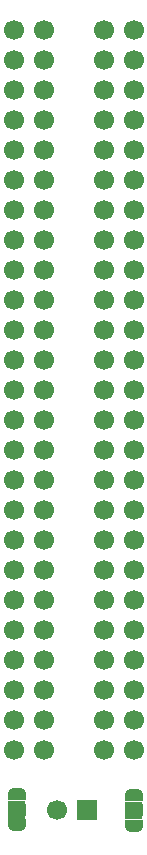
<source format=gbr>
%TF.GenerationSoftware,KiCad,Pcbnew,9.0.4*%
%TF.CreationDate,2025-11-09T10:18:35+13:00*%
%TF.ProjectId,AWS_CPU_Jumper,4157535f-4350-4555-9f4a-756d7065722e,rev?*%
%TF.SameCoordinates,Original*%
%TF.FileFunction,Soldermask,Bot*%
%TF.FilePolarity,Negative*%
%FSLAX46Y46*%
G04 Gerber Fmt 4.6, Leading zero omitted, Abs format (unit mm)*
G04 Created by KiCad (PCBNEW 9.0.4) date 2025-11-09 10:18:35*
%MOMM*%
%LPD*%
G01*
G04 APERTURE LIST*
G04 Aperture macros list*
%AMFreePoly0*
4,1,23,0.550000,-0.750000,0.000000,-0.750000,0.000000,-0.745722,-0.065263,-0.745722,-0.191342,-0.711940,-0.304381,-0.646677,-0.396677,-0.554381,-0.461940,-0.441342,-0.495722,-0.315263,-0.495722,-0.250000,-0.500000,-0.250000,-0.500000,0.250000,-0.495722,0.250000,-0.495722,0.315263,-0.461940,0.441342,-0.396677,0.554381,-0.304381,0.646677,-0.191342,0.711940,-0.065263,0.745722,0.000000,0.745722,
0.000000,0.750000,0.550000,0.750000,0.550000,-0.750000,0.550000,-0.750000,$1*%
%AMFreePoly1*
4,1,23,0.000000,0.745722,0.065263,0.745722,0.191342,0.711940,0.304381,0.646677,0.396677,0.554381,0.461940,0.441342,0.495722,0.315263,0.495722,0.250000,0.500000,0.250000,0.500000,-0.250000,0.495722,-0.250000,0.495722,-0.315263,0.461940,-0.441342,0.396677,-0.554381,0.304381,-0.646677,0.191342,-0.711940,0.065263,-0.745722,0.000000,-0.745722,0.000000,-0.750000,-0.550000,-0.750000,
-0.550000,0.750000,0.000000,0.750000,0.000000,0.745722,0.000000,0.745722,$1*%
G04 Aperture macros list end*
%ADD10C,1.700000*%
%ADD11R,1.700000X1.700000*%
%ADD12FreePoly0,270.000000*%
%ADD13R,1.500000X1.000000*%
%ADD14FreePoly1,270.000000*%
G04 APERTURE END LIST*
%TO.C,JP1*%
G36*
X133870000Y-131360000D02*
G01*
X135370000Y-131360000D01*
X135370000Y-132860000D01*
X133870000Y-132860000D01*
X133870000Y-131360000D01*
G37*
%TO.C,JP2*%
G36*
X123964000Y-131300000D02*
G01*
X125464000Y-131300000D01*
X125464000Y-132800000D01*
X123964000Y-132800000D01*
X123964000Y-131300000D01*
G37*
%TD*%
D10*
%TO.C,J1*%
X127000000Y-127000000D03*
X124460000Y-127000000D03*
X127000000Y-124460000D03*
X124460000Y-124460000D03*
X127000000Y-121920000D03*
X124460000Y-121920000D03*
X127000000Y-119380000D03*
X124460000Y-119380000D03*
X127000000Y-116840000D03*
X124460000Y-116840000D03*
X127000000Y-114300000D03*
X124460000Y-114300000D03*
X127000000Y-111760000D03*
X124460000Y-111760000D03*
X127000000Y-109220000D03*
X124460000Y-109220000D03*
X127000000Y-106680000D03*
X124460000Y-106680000D03*
X127000000Y-104140000D03*
X124460000Y-104140000D03*
X127000000Y-101600000D03*
X124460000Y-101600000D03*
X127000000Y-99060000D03*
X124460000Y-99060000D03*
X127000000Y-96520000D03*
X124460000Y-96520000D03*
X127000000Y-93980000D03*
X124460000Y-93980000D03*
X127000000Y-91440000D03*
X124460000Y-91440000D03*
X127000000Y-88900000D03*
X124460000Y-88900000D03*
X127000000Y-86360000D03*
X124460000Y-86360000D03*
X127000000Y-83820000D03*
X124460000Y-83820000D03*
X127000000Y-81280000D03*
X124460000Y-81280000D03*
X127000000Y-78740000D03*
X124460000Y-78740000D03*
X127000000Y-76200000D03*
X124460000Y-76200000D03*
X127000000Y-73660000D03*
X124460000Y-73660000D03*
X127000000Y-71120000D03*
X124460000Y-71120000D03*
X127000000Y-68580000D03*
X124460000Y-68580000D03*
X127000000Y-66040000D03*
X124460000Y-66040000D03*
%TD*%
D11*
%TO.C,J3*%
X130700000Y-132080000D03*
D10*
X128160000Y-132080000D03*
%TD*%
%TO.C,J2*%
X134620000Y-127000000D03*
X132080000Y-127000000D03*
X134620000Y-124460000D03*
X132080000Y-124460000D03*
X134620000Y-121920000D03*
X132080000Y-121920000D03*
X134620000Y-119380000D03*
X132080000Y-119380000D03*
X134620000Y-116840000D03*
X132080000Y-116840000D03*
X134620000Y-114300000D03*
X132080000Y-114300000D03*
X134620000Y-111760000D03*
X132080000Y-111760000D03*
X134620000Y-109220000D03*
X132080000Y-109220000D03*
X134620000Y-106680000D03*
X132080000Y-106680000D03*
X134620000Y-104140000D03*
X132080000Y-104140000D03*
X134620000Y-101600000D03*
X132080000Y-101600000D03*
X134620000Y-99060000D03*
X132080000Y-99060000D03*
X134620000Y-96520000D03*
X132080000Y-96520000D03*
X134620000Y-93980000D03*
X132080000Y-93980000D03*
X134620000Y-91440000D03*
X132080000Y-91440000D03*
X134620000Y-88900000D03*
X132080000Y-88900000D03*
X134620000Y-86360000D03*
X132080000Y-86360000D03*
X134620000Y-83820000D03*
X132080000Y-83820000D03*
X134620000Y-81280000D03*
X132080000Y-81280000D03*
X134620000Y-78740000D03*
X132080000Y-78740000D03*
X134620000Y-76200000D03*
X132080000Y-76200000D03*
X134620000Y-73660000D03*
X132080000Y-73660000D03*
X134620000Y-71120000D03*
X132080000Y-71120000D03*
X134620000Y-68580000D03*
X132080000Y-68580000D03*
X134620000Y-66040000D03*
X132080000Y-66040000D03*
%TD*%
D12*
%TO.C,JP1*%
X134620000Y-130810000D03*
D13*
X134620000Y-132110000D03*
D14*
X134620000Y-133410000D03*
%TD*%
D12*
%TO.C,JP2*%
X124714000Y-130750000D03*
D13*
X124714000Y-132050000D03*
D14*
X124714000Y-133350000D03*
%TD*%
M02*

</source>
